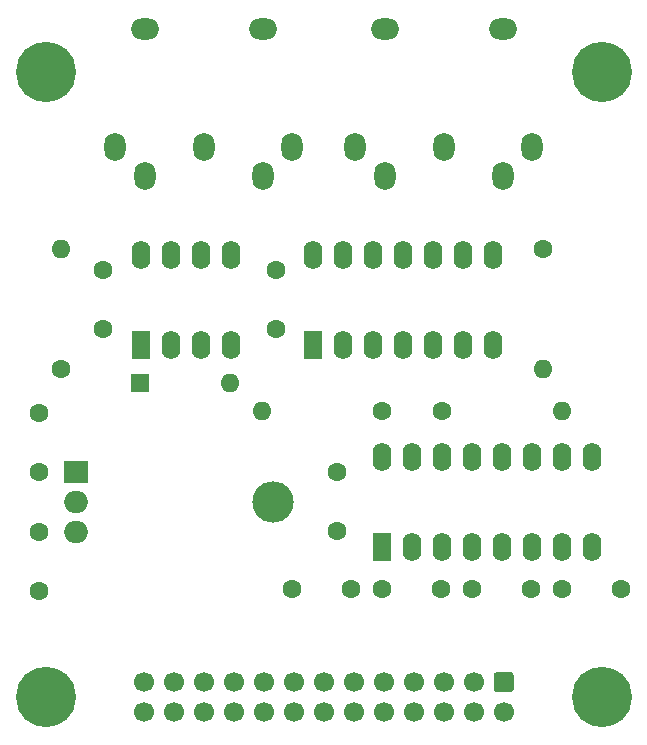
<source format=gbs>
G04 #@! TF.GenerationSoftware,KiCad,Pcbnew,(5.1.8)-1*
G04 #@! TF.CreationDate,2022-02-21T01:41:40+01:00*
G04 #@! TF.ProjectId,BulkyMIDI-32 Amiga IDC,42756c6b-794d-4494-9449-2d333220416d,rev?*
G04 #@! TF.SameCoordinates,Original*
G04 #@! TF.FileFunction,Soldermask,Bot*
G04 #@! TF.FilePolarity,Negative*
%FSLAX46Y46*%
G04 Gerber Fmt 4.6, Leading zero omitted, Abs format (unit mm)*
G04 Created by KiCad (PCBNEW (5.1.8)-1) date 2022-02-21 01:41:40*
%MOMM*%
%LPD*%
G01*
G04 APERTURE LIST*
%ADD10O,1.800000X2.400000*%
%ADD11O,2.400000X1.800000*%
%ADD12R,1.600000X1.600000*%
%ADD13O,1.600000X1.600000*%
%ADD14C,1.600000*%
%ADD15R,1.600000X2.400000*%
%ADD16O,1.600000X2.400000*%
%ADD17C,5.100000*%
%ADD18O,3.500000X3.500000*%
%ADD19R,2.000000X1.905000*%
%ADD20O,2.000000X1.905000*%
%ADD21C,1.700000*%
G04 APERTURE END LIST*
D10*
X107950000Y-79756000D03*
D11*
X102950000Y-69756000D03*
X112950000Y-69756000D03*
D10*
X100450000Y-79756000D03*
X115450000Y-79756000D03*
X102950000Y-82256000D03*
X112950000Y-82256000D03*
X128270000Y-79756000D03*
D11*
X123270000Y-69756000D03*
X133270000Y-69756000D03*
D10*
X120770000Y-79756000D03*
X135770000Y-79756000D03*
X123270000Y-82256000D03*
X133270000Y-82256000D03*
D12*
X102539800Y-99771200D03*
D13*
X110159800Y-99771200D03*
X112903000Y-102108000D03*
D14*
X123063000Y-102108000D03*
X128143000Y-102108000D03*
D13*
X138303000Y-102108000D03*
X136652000Y-98577400D03*
D14*
X136652000Y-88417400D03*
X95885000Y-98577400D03*
D13*
X95885000Y-88417400D03*
D15*
X102616000Y-96520000D03*
D16*
X110236000Y-88900000D03*
X105156000Y-96520000D03*
X107696000Y-88900000D03*
X107696000Y-96520000D03*
X105156000Y-88900000D03*
X110236000Y-96520000D03*
X102616000Y-88900000D03*
D15*
X117221000Y-96520000D03*
D16*
X132461000Y-88900000D03*
X119761000Y-96520000D03*
X129921000Y-88900000D03*
X122301000Y-96520000D03*
X127381000Y-88900000D03*
X124841000Y-96520000D03*
X124841000Y-88900000D03*
X127381000Y-96520000D03*
X122301000Y-88900000D03*
X129921000Y-96520000D03*
X119761000Y-88900000D03*
X132461000Y-96520000D03*
X117221000Y-88900000D03*
D14*
X99441000Y-90170000D03*
X99441000Y-95170000D03*
X114046000Y-95170000D03*
X114046000Y-90170000D03*
D17*
X94560000Y-73406000D03*
X141660000Y-73406000D03*
D14*
X93980000Y-107315000D03*
X93980000Y-102315000D03*
X119253000Y-112315000D03*
X119253000Y-107315000D03*
X93980000Y-117395000D03*
X93980000Y-112395000D03*
X115459500Y-117221000D03*
X120459500Y-117221000D03*
X138303000Y-117221000D03*
X143303000Y-117221000D03*
X130683000Y-117221000D03*
X135683000Y-117221000D03*
X128063000Y-117221000D03*
X123063000Y-117221000D03*
D15*
X123063000Y-113665000D03*
D16*
X140843000Y-106045000D03*
X125603000Y-113665000D03*
X138303000Y-106045000D03*
X128143000Y-113665000D03*
X135763000Y-106045000D03*
X130683000Y-113665000D03*
X133223000Y-106045000D03*
X133223000Y-113665000D03*
X130683000Y-106045000D03*
X135763000Y-113665000D03*
X128143000Y-106045000D03*
X138303000Y-113665000D03*
X125603000Y-106045000D03*
X140843000Y-113665000D03*
X123063000Y-106045000D03*
D18*
X113815000Y-109855000D03*
D19*
X97155000Y-107315000D03*
D20*
X97155000Y-109855000D03*
X97155000Y-112395000D03*
G36*
G01*
X132750000Y-124245000D02*
X133950000Y-124245000D01*
G75*
G02*
X134200000Y-124495000I0J-250000D01*
G01*
X134200000Y-125695000D01*
G75*
G02*
X133950000Y-125945000I-250000J0D01*
G01*
X132750000Y-125945000D01*
G75*
G02*
X132500000Y-125695000I0J250000D01*
G01*
X132500000Y-124495000D01*
G75*
G02*
X132750000Y-124245000I250000J0D01*
G01*
G37*
D21*
X130810000Y-125095000D03*
X128270000Y-125095000D03*
X125730000Y-125095000D03*
X123190000Y-125095000D03*
X120650000Y-125095000D03*
X118110000Y-125095000D03*
X115570000Y-125095000D03*
X113030000Y-125095000D03*
X110490000Y-125095000D03*
X107950000Y-125095000D03*
X105410000Y-125095000D03*
X102870000Y-125095000D03*
X133350000Y-127635000D03*
X130810000Y-127635000D03*
X128270000Y-127635000D03*
X125730000Y-127635000D03*
X123190000Y-127635000D03*
X120650000Y-127635000D03*
X118110000Y-127635000D03*
X115570000Y-127635000D03*
X113030000Y-127635000D03*
X110490000Y-127635000D03*
X107950000Y-127635000D03*
X105410000Y-127635000D03*
X102870000Y-127635000D03*
D17*
X94560000Y-126365000D03*
X141660000Y-126365000D03*
M02*

</source>
